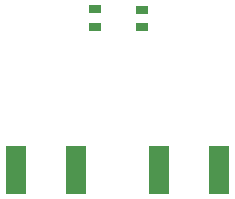
<source format=gbp>
G04*
G04 #@! TF.GenerationSoftware,Altium Limited,Altium Designer,24.5.2 (23)*
G04*
G04 Layer_Color=128*
%FSLAX25Y25*%
%MOIN*%
G70*
G04*
G04 #@! TF.SameCoordinates,466BDFCD-25A3-4837-BAAA-452BE7E626CC*
G04*
G04*
G04 #@! TF.FilePolarity,Positive*
G04*
G01*
G75*
%ADD16R,0.07000X0.16000*%
%ADD20R,0.04331X0.03150*%
D16*
X187728Y13295D02*
D03*
X207728D02*
D03*
X159984Y13098D02*
D03*
X139984D02*
D03*
D20*
X181980Y60736D02*
D03*
Y66642D02*
D03*
X166228Y66748D02*
D03*
Y60843D02*
D03*
M02*

</source>
